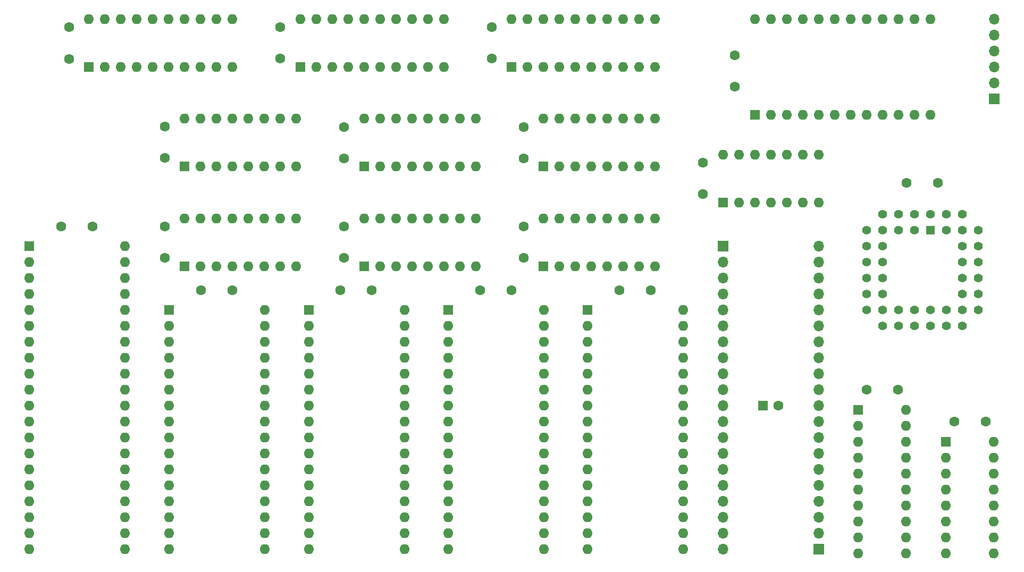
<source format=gbr>
%TF.GenerationSoftware,KiCad,Pcbnew,7.0.7*%
%TF.CreationDate,2024-06-12T19:49:10-05:00*%
%TF.ProjectId,Nabu_MEGAMAPPER,4e616275-5f4d-4454-9741-4d4150504552,rev?*%
%TF.SameCoordinates,Original*%
%TF.FileFunction,Soldermask,Top*%
%TF.FilePolarity,Negative*%
%FSLAX46Y46*%
G04 Gerber Fmt 4.6, Leading zero omitted, Abs format (unit mm)*
G04 Created by KiCad (PCBNEW 7.0.7) date 2024-06-12 19:49:10*
%MOMM*%
%LPD*%
G01*
G04 APERTURE LIST*
%ADD10C,1.600000*%
%ADD11R,1.600000X1.600000*%
%ADD12O,1.600000X1.600000*%
%ADD13C,1.422400*%
%ADD14R,1.422400X1.422400*%
%ADD15R,1.700000X1.700000*%
%ADD16O,1.700000X1.700000*%
G04 APERTURE END LIST*
D10*
%TO.C,C20*%
X191730000Y-123190000D03*
D11*
X189230000Y-123190000D03*
%TD*%
D12*
%TO.C,U19*%
X81915000Y-61595000D03*
X84455000Y-61595000D03*
X86995000Y-61595000D03*
X89535000Y-61595000D03*
X92075000Y-61595000D03*
X94615000Y-61595000D03*
X97155000Y-61595000D03*
X99695000Y-61595000D03*
X102235000Y-61595000D03*
X104775000Y-61595000D03*
X104775000Y-69215000D03*
X102235000Y-69215000D03*
X99695000Y-69215000D03*
X97155000Y-69215000D03*
X94615000Y-69215000D03*
X92075000Y-69215000D03*
X89535000Y-69215000D03*
X86995000Y-69215000D03*
X84455000Y-69215000D03*
D11*
X81915000Y-69215000D03*
%TD*%
%TO.C,U18*%
X94650000Y-107950000D03*
D12*
X94650000Y-110490000D03*
X94650000Y-113030000D03*
X94650000Y-115570000D03*
X94650000Y-118110000D03*
X94650000Y-120650000D03*
X94650000Y-123190000D03*
X94650000Y-125730000D03*
X94650000Y-128270000D03*
X94650000Y-130810000D03*
X94650000Y-133350000D03*
X94650000Y-135890000D03*
X94650000Y-138430000D03*
X94650000Y-140970000D03*
X94650000Y-143510000D03*
X94650000Y-146050000D03*
X109890000Y-146050000D03*
X109890000Y-143510000D03*
X109890000Y-140970000D03*
X109890000Y-138430000D03*
X109890000Y-135890000D03*
X109890000Y-133350000D03*
X109890000Y-130810000D03*
X109890000Y-128270000D03*
X109890000Y-125730000D03*
X109890000Y-123190000D03*
X109890000Y-120650000D03*
X109890000Y-118110000D03*
X109890000Y-115570000D03*
X109890000Y-113030000D03*
X109890000Y-110490000D03*
X109890000Y-107950000D03*
%TD*%
%TO.C,U17*%
X132155000Y-107950000D03*
X132155000Y-110490000D03*
X132155000Y-113030000D03*
X132155000Y-115570000D03*
X132155000Y-118110000D03*
X132155000Y-120650000D03*
X132155000Y-123190000D03*
X132155000Y-125730000D03*
X132155000Y-128270000D03*
X132155000Y-130810000D03*
X132155000Y-133350000D03*
X132155000Y-135890000D03*
X132155000Y-138430000D03*
X132155000Y-140970000D03*
X132155000Y-143510000D03*
X132155000Y-146050000D03*
X116915000Y-146050000D03*
X116915000Y-143510000D03*
X116915000Y-140970000D03*
X116915000Y-138430000D03*
X116915000Y-135890000D03*
X116915000Y-133350000D03*
X116915000Y-130810000D03*
X116915000Y-128270000D03*
X116915000Y-125730000D03*
X116915000Y-123190000D03*
X116915000Y-120650000D03*
X116915000Y-118110000D03*
X116915000Y-115570000D03*
X116915000Y-113030000D03*
X116915000Y-110490000D03*
D11*
X116915000Y-107950000D03*
%TD*%
D12*
%TO.C,U16*%
X154340000Y-107950000D03*
X154340000Y-110490000D03*
X154340000Y-113030000D03*
X154340000Y-115570000D03*
X154340000Y-118110000D03*
X154340000Y-120650000D03*
X154340000Y-123190000D03*
X154340000Y-125730000D03*
X154340000Y-128270000D03*
X154340000Y-130810000D03*
X154340000Y-133350000D03*
X154340000Y-135890000D03*
X154340000Y-138430000D03*
X154340000Y-140970000D03*
X154340000Y-143510000D03*
X154340000Y-146050000D03*
X139100000Y-146050000D03*
X139100000Y-143510000D03*
X139100000Y-140970000D03*
X139100000Y-138430000D03*
X139100000Y-135890000D03*
X139100000Y-133350000D03*
X139100000Y-130810000D03*
X139100000Y-128270000D03*
X139100000Y-125730000D03*
X139100000Y-123190000D03*
X139100000Y-120650000D03*
X139100000Y-118110000D03*
X139100000Y-115570000D03*
X139100000Y-113030000D03*
X139100000Y-110490000D03*
D11*
X139100000Y-107950000D03*
%TD*%
D12*
%TO.C,U15*%
X176525000Y-107950000D03*
X176525000Y-110490000D03*
X176525000Y-113030000D03*
X176525000Y-115570000D03*
X176525000Y-118110000D03*
X176525000Y-120650000D03*
X176525000Y-123190000D03*
X176525000Y-125730000D03*
X176525000Y-128270000D03*
X176525000Y-130810000D03*
X176525000Y-133350000D03*
X176525000Y-135890000D03*
X176525000Y-138430000D03*
X176525000Y-140970000D03*
X176525000Y-143510000D03*
X176525000Y-146050000D03*
X161285000Y-146050000D03*
X161285000Y-143510000D03*
X161285000Y-140970000D03*
X161285000Y-138430000D03*
X161285000Y-135890000D03*
X161285000Y-133350000D03*
X161285000Y-130810000D03*
X161285000Y-128270000D03*
X161285000Y-125730000D03*
X161285000Y-123190000D03*
X161285000Y-120650000D03*
X161285000Y-118110000D03*
X161285000Y-115570000D03*
X161285000Y-113030000D03*
X161285000Y-110490000D03*
D11*
X161285000Y-107950000D03*
%TD*%
%TO.C,U14*%
X97155000Y-100965000D03*
D12*
X99695000Y-100965000D03*
X102235000Y-100965000D03*
X104775000Y-100965000D03*
X107315000Y-100965000D03*
X109855000Y-100965000D03*
X112395000Y-100965000D03*
X114935000Y-100965000D03*
X114935000Y-93345000D03*
X112395000Y-93345000D03*
X109855000Y-93345000D03*
X107315000Y-93345000D03*
X104775000Y-93345000D03*
X102235000Y-93345000D03*
X99695000Y-93345000D03*
X97155000Y-93345000D03*
%TD*%
D13*
%TO.C,U13*%
X215900000Y-92710000D03*
X218440000Y-95250000D03*
X218440000Y-92710000D03*
X220980000Y-95250000D03*
X220980000Y-92710000D03*
X223520000Y-95250000D03*
X220980000Y-97790000D03*
X223520000Y-97790000D03*
X220980000Y-100330000D03*
X223520000Y-100330000D03*
X220980000Y-102870000D03*
X223520000Y-102870000D03*
X220980000Y-105410000D03*
X223520000Y-105410000D03*
X220980000Y-107950000D03*
X223520000Y-107950000D03*
X220980000Y-110490000D03*
X218440000Y-107950000D03*
X218440000Y-110490000D03*
X215900000Y-107950000D03*
X215900000Y-110490000D03*
X213360000Y-107950000D03*
X213360000Y-110490000D03*
X210820000Y-107950000D03*
X210820000Y-110490000D03*
X208280000Y-107950000D03*
X208280000Y-110490000D03*
X205740000Y-107950000D03*
X208280000Y-105410000D03*
X205740000Y-105410000D03*
X208280000Y-102870000D03*
X205740000Y-102870000D03*
X208280000Y-100330000D03*
X205740000Y-100330000D03*
X208280000Y-97790000D03*
X205740000Y-97790000D03*
X208280000Y-95250000D03*
X205740000Y-95250000D03*
X208280000Y-92710000D03*
X210820000Y-95250000D03*
X210820000Y-92710000D03*
X213360000Y-95250000D03*
X213360000Y-92710000D03*
D14*
X215900000Y-95250000D03*
%TD*%
D11*
%TO.C,U12*%
X218410000Y-128910000D03*
D12*
X218410000Y-131450000D03*
X218410000Y-133990000D03*
X218410000Y-136530000D03*
X218410000Y-139070000D03*
X218410000Y-141610000D03*
X218410000Y-144150000D03*
X218410000Y-146690000D03*
X226030000Y-146690000D03*
X226030000Y-144150000D03*
X226030000Y-141610000D03*
X226030000Y-139070000D03*
X226030000Y-136530000D03*
X226030000Y-133990000D03*
X226030000Y-131450000D03*
X226030000Y-128910000D03*
%TD*%
D11*
%TO.C,U11*%
X149225000Y-69215000D03*
D12*
X151765000Y-69215000D03*
X154305000Y-69215000D03*
X156845000Y-69215000D03*
X159385000Y-69215000D03*
X161925000Y-69215000D03*
X164465000Y-69215000D03*
X167005000Y-69215000D03*
X169545000Y-69215000D03*
X172085000Y-69215000D03*
X172085000Y-61595000D03*
X169545000Y-61595000D03*
X167005000Y-61595000D03*
X164465000Y-61595000D03*
X161925000Y-61595000D03*
X159385000Y-61595000D03*
X156845000Y-61595000D03*
X154305000Y-61595000D03*
X151765000Y-61595000D03*
X149225000Y-61595000D03*
%TD*%
D11*
%TO.C,U10*%
X115570000Y-69215000D03*
D12*
X118110000Y-69215000D03*
X120650000Y-69215000D03*
X123190000Y-69215000D03*
X125730000Y-69215000D03*
X128270000Y-69215000D03*
X130810000Y-69215000D03*
X133350000Y-69215000D03*
X135890000Y-69215000D03*
X138430000Y-69215000D03*
X138430000Y-61595000D03*
X135890000Y-61595000D03*
X133350000Y-61595000D03*
X130810000Y-61595000D03*
X128270000Y-61595000D03*
X125730000Y-61595000D03*
X123190000Y-61595000D03*
X120650000Y-61595000D03*
X118110000Y-61595000D03*
X115570000Y-61595000D03*
%TD*%
D11*
%TO.C,U9*%
X204430000Y-123825000D03*
D12*
X204430000Y-126365000D03*
X204430000Y-128905000D03*
X204430000Y-131445000D03*
X204430000Y-133985000D03*
X204430000Y-136525000D03*
X204430000Y-139065000D03*
X204430000Y-141605000D03*
X204430000Y-144145000D03*
X204430000Y-146685000D03*
X212050000Y-146685000D03*
X212050000Y-144145000D03*
X212050000Y-141605000D03*
X212050000Y-139065000D03*
X212050000Y-136525000D03*
X212050000Y-133985000D03*
X212050000Y-131445000D03*
X212050000Y-128905000D03*
X212050000Y-126365000D03*
X212050000Y-123825000D03*
%TD*%
D11*
%TO.C,U8*%
X154305000Y-85090000D03*
D12*
X156845000Y-85090000D03*
X159385000Y-85090000D03*
X161925000Y-85090000D03*
X164465000Y-85090000D03*
X167005000Y-85090000D03*
X169545000Y-85090000D03*
X172085000Y-85090000D03*
X172085000Y-77470000D03*
X169545000Y-77470000D03*
X167005000Y-77470000D03*
X164465000Y-77470000D03*
X161925000Y-77470000D03*
X159385000Y-77470000D03*
X156845000Y-77470000D03*
X154305000Y-77470000D03*
%TD*%
%TO.C,U7*%
X125730000Y-77470000D03*
X128270000Y-77470000D03*
X130810000Y-77470000D03*
X133350000Y-77470000D03*
X135890000Y-77470000D03*
X138430000Y-77470000D03*
X140970000Y-77470000D03*
X143510000Y-77470000D03*
X143510000Y-85090000D03*
X140970000Y-85090000D03*
X138430000Y-85090000D03*
X135890000Y-85090000D03*
X133350000Y-85090000D03*
X130810000Y-85090000D03*
X128270000Y-85090000D03*
D11*
X125730000Y-85090000D03*
%TD*%
%TO.C,U6*%
X97155000Y-85090000D03*
D12*
X99695000Y-85090000D03*
X102235000Y-85090000D03*
X104775000Y-85090000D03*
X107315000Y-85090000D03*
X109855000Y-85090000D03*
X112395000Y-85090000D03*
X114935000Y-85090000D03*
X114935000Y-77470000D03*
X112395000Y-77470000D03*
X109855000Y-77470000D03*
X107315000Y-77470000D03*
X104775000Y-77470000D03*
X102235000Y-77470000D03*
X99695000Y-77470000D03*
X97155000Y-77470000D03*
%TD*%
D11*
%TO.C,U5*%
X187955000Y-76875000D03*
D12*
X190495000Y-76875000D03*
X193035000Y-76875000D03*
X195575000Y-76875000D03*
X198115000Y-76875000D03*
X200655000Y-76875000D03*
X203195000Y-76875000D03*
X205735000Y-76875000D03*
X208275000Y-76875000D03*
X210815000Y-76875000D03*
X213355000Y-76875000D03*
X215895000Y-76875000D03*
X215895000Y-61635000D03*
X213355000Y-61635000D03*
X210815000Y-61635000D03*
X208275000Y-61635000D03*
X205735000Y-61635000D03*
X203195000Y-61635000D03*
X200655000Y-61635000D03*
X198115000Y-61635000D03*
X195575000Y-61635000D03*
X193035000Y-61635000D03*
X190495000Y-61635000D03*
X187955000Y-61635000D03*
%TD*%
D11*
%TO.C,U4*%
X125730000Y-100955000D03*
D12*
X128270000Y-100955000D03*
X130810000Y-100955000D03*
X133350000Y-100955000D03*
X135890000Y-100955000D03*
X138430000Y-100955000D03*
X140970000Y-100955000D03*
X143510000Y-100955000D03*
X143510000Y-93335000D03*
X140970000Y-93335000D03*
X138430000Y-93335000D03*
X135890000Y-93335000D03*
X133350000Y-93335000D03*
X130810000Y-93335000D03*
X128270000Y-93335000D03*
X125730000Y-93335000D03*
%TD*%
D11*
%TO.C,U3*%
X154305000Y-100955000D03*
D12*
X156845000Y-100955000D03*
X159385000Y-100955000D03*
X161925000Y-100955000D03*
X164465000Y-100955000D03*
X167005000Y-100955000D03*
X169545000Y-100955000D03*
X172085000Y-100955000D03*
X172085000Y-93335000D03*
X169545000Y-93335000D03*
X167005000Y-93335000D03*
X164465000Y-93335000D03*
X161925000Y-93335000D03*
X159385000Y-93335000D03*
X156845000Y-93335000D03*
X154305000Y-93335000D03*
%TD*%
D11*
%TO.C,U2*%
X182880000Y-90805000D03*
D12*
X185420000Y-90805000D03*
X187960000Y-90805000D03*
X190500000Y-90805000D03*
X193040000Y-90805000D03*
X195580000Y-90805000D03*
X198120000Y-90805000D03*
X198120000Y-83185000D03*
X195580000Y-83185000D03*
X193040000Y-83185000D03*
X190500000Y-83185000D03*
X187960000Y-83185000D03*
X185420000Y-83185000D03*
X182880000Y-83185000D03*
%TD*%
%TO.C,U1*%
X87670000Y-97790000D03*
X87670000Y-100330000D03*
X87670000Y-102870000D03*
X87670000Y-105410000D03*
X87670000Y-107950000D03*
X87670000Y-110490000D03*
X87670000Y-113030000D03*
X87670000Y-115570000D03*
X87670000Y-118110000D03*
X87670000Y-120650000D03*
X87670000Y-123190000D03*
X87670000Y-125730000D03*
X87670000Y-128270000D03*
X87670000Y-130810000D03*
X87670000Y-133350000D03*
X87670000Y-135890000D03*
X87670000Y-138430000D03*
X87670000Y-140970000D03*
X87670000Y-143510000D03*
X87670000Y-146050000D03*
X72430000Y-146050000D03*
X72430000Y-143510000D03*
X72430000Y-140970000D03*
X72430000Y-138430000D03*
X72430000Y-135890000D03*
X72430000Y-133350000D03*
X72430000Y-130810000D03*
X72430000Y-128270000D03*
X72430000Y-125730000D03*
X72430000Y-123190000D03*
X72430000Y-120650000D03*
X72430000Y-118110000D03*
X72430000Y-115570000D03*
X72430000Y-113030000D03*
X72430000Y-110490000D03*
X72430000Y-107950000D03*
X72430000Y-105410000D03*
X72430000Y-102870000D03*
X72430000Y-100330000D03*
D11*
X72430000Y-97790000D03*
%TD*%
D15*
%TO.C,J3*%
X226060000Y-74295000D03*
D16*
X226060000Y-71755000D03*
X226060000Y-69215000D03*
X226060000Y-66675000D03*
X226060000Y-64135000D03*
X226060000Y-61595000D03*
%TD*%
D15*
%TO.C,J2*%
X198120000Y-146050000D03*
D16*
X198120000Y-143510000D03*
X198120000Y-140970000D03*
X198120000Y-138430000D03*
X198120000Y-135890000D03*
X198120000Y-133350000D03*
X198120000Y-130810000D03*
X198120000Y-128270000D03*
X198120000Y-125730000D03*
X198120000Y-123190000D03*
X198120000Y-120650000D03*
X198120000Y-118110000D03*
X198120000Y-115570000D03*
X198120000Y-113030000D03*
X198120000Y-110490000D03*
X198120000Y-107950000D03*
X198120000Y-105410000D03*
X198120000Y-102870000D03*
X198120000Y-100330000D03*
X198120000Y-97790000D03*
%TD*%
D15*
%TO.C,J1*%
X182880000Y-97790000D03*
D16*
X182880000Y-100330000D03*
X182880000Y-102870000D03*
X182880000Y-105410000D03*
X182880000Y-107950000D03*
X182880000Y-110490000D03*
X182880000Y-113030000D03*
X182880000Y-115570000D03*
X182880000Y-118110000D03*
X182880000Y-120650000D03*
X182880000Y-123190000D03*
X182880000Y-125730000D03*
X182880000Y-128270000D03*
X182880000Y-130810000D03*
X182880000Y-133350000D03*
X182880000Y-135890000D03*
X182880000Y-138430000D03*
X182880000Y-140970000D03*
X182880000Y-143510000D03*
X182880000Y-146050000D03*
%TD*%
D10*
%TO.C,C19*%
X78735000Y-62915000D03*
X78735000Y-67915000D03*
%TD*%
%TO.C,C18*%
X99735000Y-104775000D03*
X104735000Y-104775000D03*
%TD*%
%TO.C,C17*%
X126960000Y-104775000D03*
X121960000Y-104775000D03*
%TD*%
%TO.C,C16*%
X149185000Y-104775000D03*
X144185000Y-104775000D03*
%TD*%
%TO.C,C15*%
X166410000Y-104775000D03*
X171410000Y-104775000D03*
%TD*%
%TO.C,C14*%
X93980000Y-99655000D03*
X93980000Y-94655000D03*
%TD*%
%TO.C,C13*%
X217130000Y-87670000D03*
X212130000Y-87670000D03*
%TD*%
%TO.C,C12*%
X219710000Y-125735000D03*
X224710000Y-125735000D03*
%TD*%
%TO.C,C11*%
X146050000Y-62905000D03*
X146050000Y-67905000D03*
%TD*%
%TO.C,C10*%
X112395000Y-67905000D03*
X112395000Y-62905000D03*
%TD*%
%TO.C,C9*%
X210740000Y-120650000D03*
X205740000Y-120650000D03*
%TD*%
%TO.C,C8*%
X151130000Y-83820000D03*
X151130000Y-78820000D03*
%TD*%
%TO.C,C7*%
X122555000Y-78790000D03*
X122555000Y-83790000D03*
%TD*%
%TO.C,C6*%
X93980000Y-83725000D03*
X93980000Y-78725000D03*
%TD*%
%TO.C,C5*%
X184785000Y-67350000D03*
X184785000Y-72350000D03*
%TD*%
%TO.C,C4*%
X122555000Y-99655000D03*
X122555000Y-94655000D03*
%TD*%
%TO.C,C3*%
X151115000Y-99655000D03*
X151115000Y-94655000D03*
%TD*%
%TO.C,C2*%
X179705000Y-89495000D03*
X179705000Y-84495000D03*
%TD*%
%TO.C,C1*%
X82510000Y-94615000D03*
X77510000Y-94615000D03*
%TD*%
M02*

</source>
